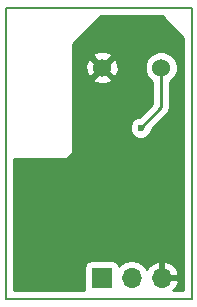
<source format=gbr>
G04 #@! TF.FileFunction,Copper,L2,Bot,Signal*
%FSLAX46Y46*%
G04 Gerber Fmt 4.6, Leading zero omitted, Abs format (unit mm)*
G04 Created by KiCad (PCBNEW 4.0.7) date 01/15/18 15:16:35*
%MOMM*%
%LPD*%
G01*
G04 APERTURE LIST*
%ADD10C,0.100000*%
%ADD11C,0.150000*%
%ADD12C,1.524000*%
%ADD13R,1.700000X1.700000*%
%ADD14O,1.700000X1.700000*%
%ADD15C,0.600000*%
%ADD16C,0.254000*%
G04 APERTURE END LIST*
D10*
D11*
X138176000Y-78740000D02*
X138176000Y-103378000D01*
X153924000Y-78740000D02*
X138176000Y-78740000D01*
X153924000Y-103378000D02*
X153924000Y-78740000D01*
X138176000Y-103378000D02*
X153924000Y-103378000D01*
D12*
X146344000Y-83820000D03*
X151344000Y-83820000D03*
D13*
X146304000Y-101600000D03*
D14*
X148844000Y-101600000D03*
X151384000Y-101600000D03*
D15*
X149606000Y-88900000D03*
X140462000Y-97536000D03*
X147320000Y-94742000D03*
X145415000Y-88646000D03*
D16*
X151344000Y-87162000D02*
X151344000Y-83820000D01*
X149606000Y-88900000D02*
X151344000Y-87162000D01*
X140462000Y-97536000D02*
X140970000Y-97536000D01*
X147320000Y-94742000D02*
X147320000Y-95250000D01*
X145415000Y-88646000D02*
X145923000Y-88646000D01*
G36*
X153214000Y-81257606D02*
X153214000Y-102668000D01*
X152374382Y-102668000D01*
X152579183Y-102481358D01*
X152825486Y-101956892D01*
X152704819Y-101727000D01*
X151511000Y-101727000D01*
X151511000Y-101747000D01*
X151257000Y-101747000D01*
X151257000Y-101727000D01*
X151237000Y-101727000D01*
X151237000Y-101473000D01*
X151257000Y-101473000D01*
X151257000Y-100279845D01*
X151511000Y-100279845D01*
X151511000Y-101473000D01*
X152704819Y-101473000D01*
X152825486Y-101243108D01*
X152579183Y-100718642D01*
X152150924Y-100328355D01*
X151740890Y-100158524D01*
X151511000Y-100279845D01*
X151257000Y-100279845D01*
X151027110Y-100158524D01*
X150617076Y-100328355D01*
X150188817Y-100718642D01*
X150121702Y-100861553D01*
X149894054Y-100520853D01*
X149412285Y-100198946D01*
X148844000Y-100085907D01*
X148275715Y-100198946D01*
X147793946Y-100520853D01*
X147766150Y-100562452D01*
X147757162Y-100514683D01*
X147618090Y-100298559D01*
X147405890Y-100153569D01*
X147154000Y-100102560D01*
X145454000Y-100102560D01*
X145218683Y-100146838D01*
X145002559Y-100285910D01*
X144857569Y-100498110D01*
X144806560Y-100750000D01*
X144806560Y-102450000D01*
X144847580Y-102668000D01*
X138886000Y-102668000D01*
X138886000Y-91567000D01*
X143256000Y-91567000D01*
X143305410Y-91556994D01*
X143345803Y-91529803D01*
X143853803Y-91021803D01*
X143881666Y-90979789D01*
X143891000Y-90932000D01*
X143891000Y-89085167D01*
X148670838Y-89085167D01*
X148812883Y-89428943D01*
X149075673Y-89692192D01*
X149419201Y-89834838D01*
X149791167Y-89835162D01*
X150134943Y-89693117D01*
X150398192Y-89430327D01*
X150540838Y-89086799D01*
X150540876Y-89042754D01*
X151882815Y-87700815D01*
X152047996Y-87453605D01*
X152106000Y-87162000D01*
X152106000Y-85016705D01*
X152134303Y-85005010D01*
X152527629Y-84612370D01*
X152740757Y-84099100D01*
X152741242Y-83543339D01*
X152529010Y-83029697D01*
X152136370Y-82636371D01*
X151623100Y-82423243D01*
X151067339Y-82422758D01*
X150553697Y-82634990D01*
X150160371Y-83027630D01*
X149947243Y-83540900D01*
X149946758Y-84096661D01*
X150158990Y-84610303D01*
X150551630Y-85003629D01*
X150582000Y-85016240D01*
X150582000Y-86846370D01*
X149463495Y-87964875D01*
X149420833Y-87964838D01*
X149077057Y-88106883D01*
X148813808Y-88369673D01*
X148671162Y-88713201D01*
X148670838Y-89085167D01*
X143891000Y-89085167D01*
X143891000Y-84800213D01*
X145543392Y-84800213D01*
X145612857Y-85042397D01*
X146136302Y-85229144D01*
X146691368Y-85201362D01*
X147075143Y-85042397D01*
X147144608Y-84800213D01*
X146344000Y-83999605D01*
X145543392Y-84800213D01*
X143891000Y-84800213D01*
X143891000Y-83612302D01*
X144934856Y-83612302D01*
X144962638Y-84167368D01*
X145121603Y-84551143D01*
X145363787Y-84620608D01*
X146164395Y-83820000D01*
X146523605Y-83820000D01*
X147324213Y-84620608D01*
X147566397Y-84551143D01*
X147753144Y-84027698D01*
X147725362Y-83472632D01*
X147566397Y-83088857D01*
X147324213Y-83019392D01*
X146523605Y-83820000D01*
X146164395Y-83820000D01*
X145363787Y-83019392D01*
X145121603Y-83088857D01*
X144934856Y-83612302D01*
X143891000Y-83612302D01*
X143891000Y-82839787D01*
X145543392Y-82839787D01*
X146344000Y-83640395D01*
X147144608Y-82839787D01*
X147075143Y-82597603D01*
X146551698Y-82410856D01*
X145996632Y-82438638D01*
X145612857Y-82597603D01*
X145543392Y-82839787D01*
X143891000Y-82839787D01*
X143891000Y-81840606D01*
X146281606Y-79450000D01*
X151406394Y-79450000D01*
X153214000Y-81257606D01*
X153214000Y-81257606D01*
G37*
X153214000Y-81257606D02*
X153214000Y-102668000D01*
X152374382Y-102668000D01*
X152579183Y-102481358D01*
X152825486Y-101956892D01*
X152704819Y-101727000D01*
X151511000Y-101727000D01*
X151511000Y-101747000D01*
X151257000Y-101747000D01*
X151257000Y-101727000D01*
X151237000Y-101727000D01*
X151237000Y-101473000D01*
X151257000Y-101473000D01*
X151257000Y-100279845D01*
X151511000Y-100279845D01*
X151511000Y-101473000D01*
X152704819Y-101473000D01*
X152825486Y-101243108D01*
X152579183Y-100718642D01*
X152150924Y-100328355D01*
X151740890Y-100158524D01*
X151511000Y-100279845D01*
X151257000Y-100279845D01*
X151027110Y-100158524D01*
X150617076Y-100328355D01*
X150188817Y-100718642D01*
X150121702Y-100861553D01*
X149894054Y-100520853D01*
X149412285Y-100198946D01*
X148844000Y-100085907D01*
X148275715Y-100198946D01*
X147793946Y-100520853D01*
X147766150Y-100562452D01*
X147757162Y-100514683D01*
X147618090Y-100298559D01*
X147405890Y-100153569D01*
X147154000Y-100102560D01*
X145454000Y-100102560D01*
X145218683Y-100146838D01*
X145002559Y-100285910D01*
X144857569Y-100498110D01*
X144806560Y-100750000D01*
X144806560Y-102450000D01*
X144847580Y-102668000D01*
X138886000Y-102668000D01*
X138886000Y-91567000D01*
X143256000Y-91567000D01*
X143305410Y-91556994D01*
X143345803Y-91529803D01*
X143853803Y-91021803D01*
X143881666Y-90979789D01*
X143891000Y-90932000D01*
X143891000Y-89085167D01*
X148670838Y-89085167D01*
X148812883Y-89428943D01*
X149075673Y-89692192D01*
X149419201Y-89834838D01*
X149791167Y-89835162D01*
X150134943Y-89693117D01*
X150398192Y-89430327D01*
X150540838Y-89086799D01*
X150540876Y-89042754D01*
X151882815Y-87700815D01*
X152047996Y-87453605D01*
X152106000Y-87162000D01*
X152106000Y-85016705D01*
X152134303Y-85005010D01*
X152527629Y-84612370D01*
X152740757Y-84099100D01*
X152741242Y-83543339D01*
X152529010Y-83029697D01*
X152136370Y-82636371D01*
X151623100Y-82423243D01*
X151067339Y-82422758D01*
X150553697Y-82634990D01*
X150160371Y-83027630D01*
X149947243Y-83540900D01*
X149946758Y-84096661D01*
X150158990Y-84610303D01*
X150551630Y-85003629D01*
X150582000Y-85016240D01*
X150582000Y-86846370D01*
X149463495Y-87964875D01*
X149420833Y-87964838D01*
X149077057Y-88106883D01*
X148813808Y-88369673D01*
X148671162Y-88713201D01*
X148670838Y-89085167D01*
X143891000Y-89085167D01*
X143891000Y-84800213D01*
X145543392Y-84800213D01*
X145612857Y-85042397D01*
X146136302Y-85229144D01*
X146691368Y-85201362D01*
X147075143Y-85042397D01*
X147144608Y-84800213D01*
X146344000Y-83999605D01*
X145543392Y-84800213D01*
X143891000Y-84800213D01*
X143891000Y-83612302D01*
X144934856Y-83612302D01*
X144962638Y-84167368D01*
X145121603Y-84551143D01*
X145363787Y-84620608D01*
X146164395Y-83820000D01*
X146523605Y-83820000D01*
X147324213Y-84620608D01*
X147566397Y-84551143D01*
X147753144Y-84027698D01*
X147725362Y-83472632D01*
X147566397Y-83088857D01*
X147324213Y-83019392D01*
X146523605Y-83820000D01*
X146164395Y-83820000D01*
X145363787Y-83019392D01*
X145121603Y-83088857D01*
X144934856Y-83612302D01*
X143891000Y-83612302D01*
X143891000Y-82839787D01*
X145543392Y-82839787D01*
X146344000Y-83640395D01*
X147144608Y-82839787D01*
X147075143Y-82597603D01*
X146551698Y-82410856D01*
X145996632Y-82438638D01*
X145612857Y-82597603D01*
X145543392Y-82839787D01*
X143891000Y-82839787D01*
X143891000Y-81840606D01*
X146281606Y-79450000D01*
X151406394Y-79450000D01*
X153214000Y-81257606D01*
M02*

</source>
